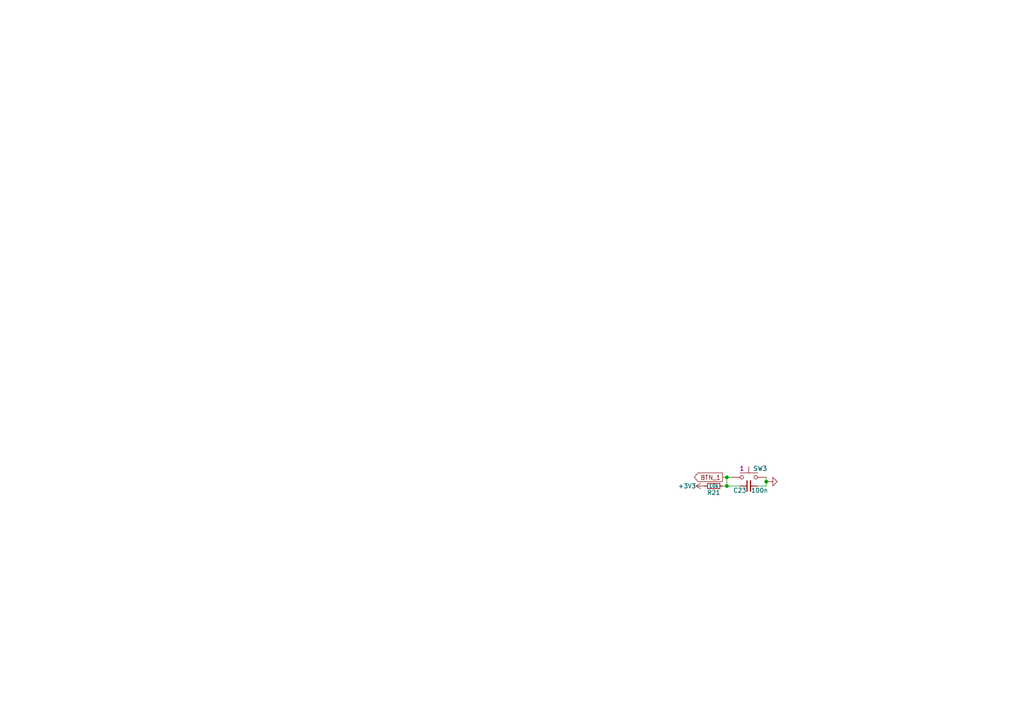
<source format=kicad_sch>
(kicad_sch (version 20250114) (generator "eeschema") (generator_version "9.0")
  (paper "A4")
  (lib_symbols
    (symbol "Device:C_Small" (pin_numbers (hide yes)) (pin_names (offset 0.254) (hide yes))
      (property "Reference" "C" (at 0.254 1.778 0))
      (property "Value" "C_Small" (at 0.254 -2.032 0))
      (symbol "C_Small_0_1"
        (polyline (pts (xy -1.524 0.508) (xy 1.524 0.508)) (stroke (width 0.3048)))
        (polyline (pts (xy -1.524 -0.508) (xy 1.524 -0.508)) (stroke (width 0.3302)))
      )
      (symbol "C_Small_1_1"
        (pin passive line (at 0 2.54 270) (length 2.032) (name "~") (number "1"))
        (pin passive line (at 0 -2.54 90) (length 2.032) (name "~") (number "2"))
      )
    )
    (symbol "Device:R_Small" (pin_numbers (hide yes)) (pin_names (offset 0.254) (hide yes))
      (property "Reference" "R" (at 0.762 0.508 0))
      (property "Value" "R_Small" (at 0.762 -1.016 0))
      (symbol "R_Small_0_1"
        (rectangle (start -0.762 1.778) (end 0.762 -1.778) (stroke (width 0.2032)))
      )
      (symbol "R_Small_1_1"
        (pin passive line (at 0 2.54 270) (length 0.762) (name "~") (number "1"))
        (pin passive line (at 0 -2.54 90) (length 0.762) (name "~") (number "2"))
      )
    )
    (symbol "Switch:SW_Push" (pin_numbers (hide yes)) (pin_names (offset 1.016) (hide yes))
      (property "Reference" "SW" (at 1.27 2.54 0))
      (property "Value" "SW_Push" (at 0 -1.524 0))
      (symbol "SW_Push_0_1"
        (circle (center -2.032 0) (radius 0.508))
        (polyline (pts (xy 0 1.27) (xy 0 3.048)))
        (circle (center 2.032 0) (radius 0.508))
        (polyline (pts (xy 2.54 1.27) (xy -2.54 1.27)))
        (pin passive line (at -5.08 0 0) (length 2.54) (name "1") (number "1"))
        (pin passive line (at 5.08 0 180) (length 2.54) (name "2") (number "2"))
      )
    )
    (symbol "power:+3V3" (power) (pin_numbers (hide yes)) (pin_names (offset 0) (hide yes))
      (property "Value" "+3V3" (at 0 3.556 0))
      (symbol "+3V3_0_1"
        (polyline (pts (xy -0.762 1.27) (xy 0 2.54)))
        (polyline (pts (xy 0 2.54) (xy 0.762 1.27)))
        (polyline (pts (xy 0 0) (xy 0 2.54)))
      )
      (symbol "+3V3_1_1"
        (pin power_in line (at 0 0 90) (length 0) (name "~") (number "1"))
      )
    )
    (symbol "power:GND" (power) (pin_numbers (hide yes)) (pin_names (offset 0) (hide yes))
      (property "Value" "GND" (at 0 -3.81 0))
      (symbol "GND_0_1"
        (polyline (pts (xy 0 0) (xy 0 -1.27) (xy 1.27 -1.27) (xy 0 -2.54) (xy -1.27 -1.27) (xy 0 -1.27)))
      )
      (symbol "GND_1_1"
        (pin power_in line (at 0 0 270) (length 0) (name "~") (number "1"))
      )
    )
  )
  (junction (at 222.25 139.7))
  (junction (at 210.82 140.97))
  (junction (at 210.82 138.43))
  (wire (pts (xy 209.55 138.43) (xy 210.82 138.43)))
  (wire (pts (xy 210.82 138.43) (xy 210.82 140.97)))
  (wire (pts (xy 222.25 140.97) (xy 222.25 139.7)))
  (wire (pts (xy 219.71 140.97) (xy 222.25 140.97)))
  (wire (pts (xy 210.82 138.43) (xy 212.09 138.43)))
  (wire (pts (xy 222.25 139.7) (xy 222.885 139.7)))
  (wire (pts (xy 209.55 140.97) (xy 210.82 140.97)))
  (wire (pts (xy 210.82 140.97) (xy 214.63 140.97)))
  (wire (pts (xy 222.25 139.7) (xy 222.25 138.43)))
  (global_label "BTN_1" (shape output) (at 209.55 138.43 180) (property "Intersheetrefs" "${INTERSHEET_REFS}" (effects (hide yes))))
  (symbol (lib_id "Device:R_Small") (at 207.01 140.97 90) (mirror x) (unit 1)
    (property "Reference" "R21" (at 207.01 142.875 90))
    (property "Value" "10k" (at 207.01 140.97 90) (effects (font (size 1 1))))
    (property "Footprint" "Resistor_SMD:R_0805_2012Metric" (effects (hide yes)))
    (property "Link" "https://www.chipdip.ru/product/0.125w-0805-10-kom-1" (effects (hide yes)))
  )
  (symbol (lib_id "Device:C_Small") (at 217.17 140.97 90) (unit 1)
    (property "Reference" "C23" (at 216.535 142.24 90) (effects (justify left)))
    (property "Value" "100n" (at 217.805 142.24 90) (effects (justify right)))
    (property "Footprint" "Capacitor_SMD:C_0805_2012Metric" (effects (hide yes)))
    (property "Link" "https://www.chipdip.ru/product0/43780" (effects (hide yes)))
  )
  (symbol (lib_id "power:+3V3") (at 204.47 140.97 90) (unit 1)
    (property "Reference" "#PWR090" (effects (hide yes)))
    (property "Value" "+3V3" (at 201.93 140.97 90) (effects (justify left)))
  )
  (symbol (lib_id "Switch:SW_Push") (at 217.17 138.43 0) (unit 1)
    (property "Reference" "SW3" (at 218.44 135.89 0) (effects (justify left)))
    (property "Value" "Cherry MX Blue" (effects (hide yes)))
    (property "Footprint" "my_additions:Cherry_MX__no_pins" (effects (hide yes)))
    (property "Label" "1" (at 215.9 135.89 0) (effects (justify right)))
    (property "Link" "https://aliexpress.ru/item/4000100166477.html" (effects (hide yes)))
  )
  (symbol (lib_id "power:GND") (at 222.885 139.7 90) (unit 1)
    (property "Reference" "#PWR023" (effects (hide yes)))
    (property "Value" "GND" (effects (hide yes)))
    (property "Description" "Power symbol creates a global label with name \"GND\" , ground" (effects (hide yes)))
  )
)
</source>
